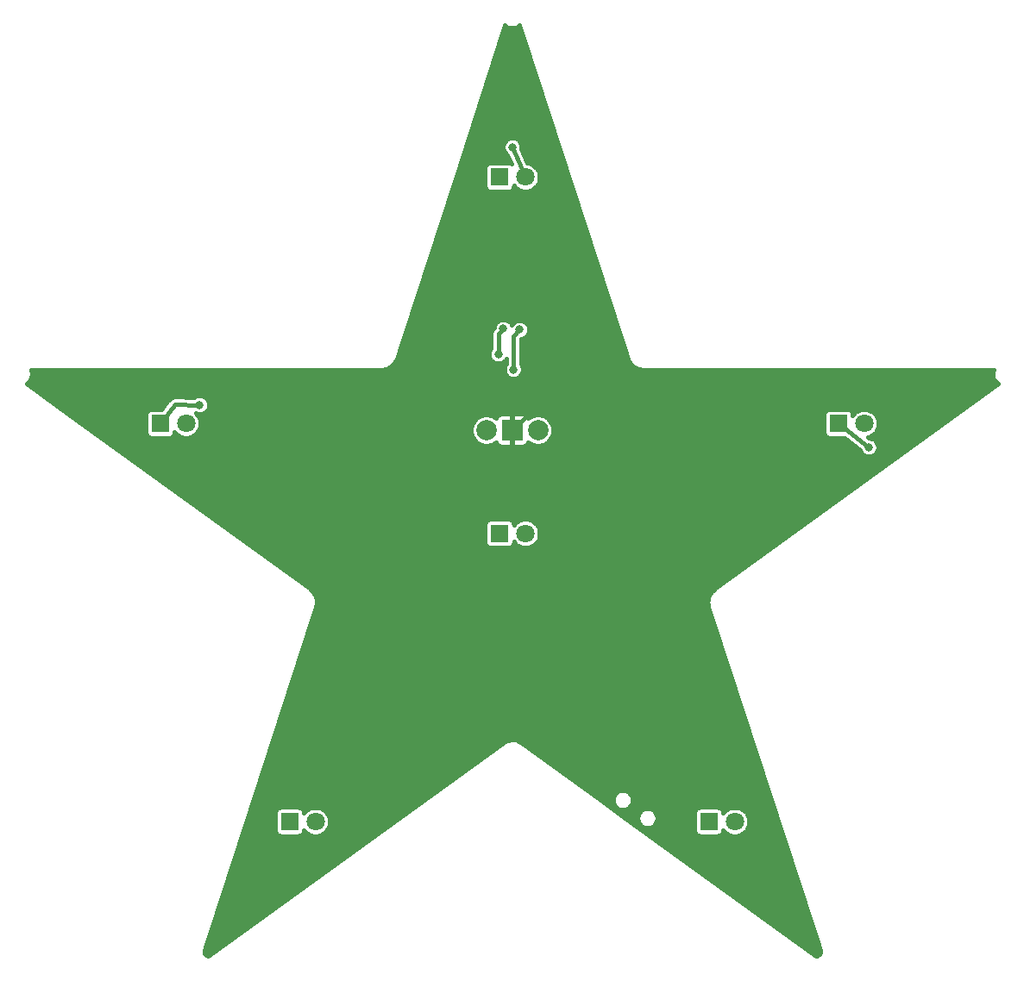
<source format=gbr>
G04 #@! TF.GenerationSoftware,KiCad,Pcbnew,(5.1.2)-2*
G04 #@! TF.CreationDate,2019-11-11T22:41:20-05:00*
G04 #@! TF.ProjectId,LightStar_RevA,4c696768-7453-4746-9172-5f526576412e,rev?*
G04 #@! TF.SameCoordinates,Original*
G04 #@! TF.FileFunction,Copper,L1,Top*
G04 #@! TF.FilePolarity,Positive*
%FSLAX46Y46*%
G04 Gerber Fmt 4.6, Leading zero omitted, Abs format (unit mm)*
G04 Created by KiCad (PCBNEW (5.1.2)-2) date 2019-11-11 22:41:20*
%MOMM*%
%LPD*%
G04 APERTURE LIST*
%ADD10R,1.800000X1.800000*%
%ADD11C,1.800000*%
%ADD12C,2.000000*%
%ADD13R,2.000000X2.000000*%
%ADD14C,0.800000*%
%ADD15C,0.450000*%
%ADD16C,0.400000*%
G04 APERTURE END LIST*
D10*
X147250000Y-109000000D03*
D11*
X149790000Y-109000000D03*
X129190000Y-137300000D03*
D10*
X126650000Y-137300000D03*
X113950000Y-98200000D03*
D11*
X116490000Y-98200000D03*
X149790000Y-74000000D03*
D10*
X147250000Y-74000000D03*
X180500000Y-98200000D03*
D11*
X183040000Y-98200000D03*
X170340000Y-137300000D03*
D10*
X167800000Y-137300000D03*
D12*
X151040000Y-98850000D03*
D13*
X148500000Y-98850000D03*
D12*
X145960000Y-98850000D03*
D14*
X148630000Y-92890000D03*
X149230000Y-88990000D03*
X150130000Y-89890000D03*
X180530000Y-96290000D03*
X117830000Y-96370000D03*
X183490000Y-100530000D03*
X148510000Y-71050000D03*
X147130000Y-91390000D03*
X147630000Y-88890000D03*
D15*
X148630000Y-89590000D02*
X148630000Y-92890000D01*
X149230000Y-88990000D02*
X148630000Y-89590000D01*
X150130000Y-97220000D02*
X148500000Y-98850000D01*
X150130000Y-89890000D02*
X150130000Y-96290000D01*
X150130000Y-96290000D02*
X150130000Y-97220000D01*
X180530000Y-96290000D02*
X150130000Y-96290000D01*
X113950000Y-98200000D02*
X115382661Y-96308887D01*
X115382661Y-96308887D02*
X117830000Y-96370000D01*
X180500000Y-98200000D02*
X183490000Y-100530000D01*
X149790000Y-74000000D02*
X148510000Y-71050000D01*
X147130000Y-89390000D02*
X147630000Y-88890000D01*
X147130000Y-89390000D02*
X147130000Y-91390000D01*
D16*
G36*
X159837715Y-91835540D02*
G01*
X159842761Y-91847076D01*
X159866064Y-91909737D01*
X159882585Y-91943610D01*
X159896712Y-91978577D01*
X159900646Y-91985973D01*
X159993472Y-92157650D01*
X160023854Y-92202694D01*
X160053656Y-92248236D01*
X160058951Y-92254727D01*
X160183354Y-92405106D01*
X160221936Y-92443419D01*
X160259990Y-92482279D01*
X160266445Y-92487618D01*
X160417688Y-92610969D01*
X160462932Y-92641029D01*
X160507853Y-92671787D01*
X160515222Y-92675771D01*
X160687544Y-92767396D01*
X160737780Y-92788102D01*
X160787806Y-92809543D01*
X160795808Y-92812020D01*
X160982644Y-92868429D01*
X161035972Y-92878988D01*
X161089181Y-92890298D01*
X161097504Y-92891172D01*
X161097514Y-92891174D01*
X161097523Y-92891174D01*
X161291746Y-92910218D01*
X161320824Y-92913082D01*
X195738612Y-92913082D01*
X195707595Y-92987963D01*
X195664761Y-93203303D01*
X195664761Y-93422861D01*
X195707595Y-93638201D01*
X195791616Y-93841046D01*
X195913596Y-94023602D01*
X196068848Y-94178854D01*
X196172725Y-94248262D01*
X168327918Y-114478699D01*
X168318537Y-114487036D01*
X168266110Y-114528588D01*
X168238991Y-114554776D01*
X168210112Y-114579009D01*
X168204293Y-114585035D01*
X168069703Y-114726369D01*
X168036226Y-114769218D01*
X168002148Y-114811602D01*
X167997610Y-114818644D01*
X167893035Y-114983428D01*
X167868525Y-115031950D01*
X167843321Y-115080160D01*
X167840240Y-115087944D01*
X167840237Y-115087950D01*
X167840235Y-115087956D01*
X167769661Y-115269907D01*
X167755043Y-115322262D01*
X167739682Y-115374454D01*
X167738170Y-115382694D01*
X167704280Y-115574895D01*
X167700111Y-115629079D01*
X167695179Y-115683274D01*
X167695297Y-115691651D01*
X167699385Y-115886774D01*
X167705816Y-115940710D01*
X167711507Y-115994853D01*
X167713249Y-116003043D01*
X167713250Y-116003050D01*
X167713252Y-116003056D01*
X167755159Y-116193660D01*
X167755162Y-116193669D01*
X167761421Y-116222196D01*
X178709648Y-149917378D01*
X178732621Y-150021864D01*
X178734244Y-150099350D01*
X178720785Y-150175678D01*
X178692757Y-150247938D01*
X178651228Y-150313377D01*
X178597777Y-150369506D01*
X178534446Y-150414181D01*
X178463643Y-150445705D01*
X178388064Y-150462876D01*
X178310588Y-150465039D01*
X178234171Y-150452114D01*
X178157765Y-150423090D01*
X178082825Y-150377705D01*
X159470538Y-136855086D01*
X160819556Y-136855086D01*
X160819556Y-137042220D01*
X160856064Y-137225758D01*
X160927677Y-137398647D01*
X161031643Y-137554243D01*
X161163966Y-137686566D01*
X161319562Y-137790532D01*
X161492451Y-137862145D01*
X161675989Y-137898653D01*
X161863123Y-137898653D01*
X162046661Y-137862145D01*
X162219550Y-137790532D01*
X162375146Y-137686566D01*
X162507469Y-137554243D01*
X162611435Y-137398647D01*
X162683048Y-137225758D01*
X162719556Y-137042220D01*
X162719556Y-136855086D01*
X162683048Y-136671548D01*
X162611435Y-136498659D01*
X162545514Y-136400000D01*
X166397581Y-136400000D01*
X166397581Y-138200000D01*
X166407235Y-138298017D01*
X166435825Y-138392267D01*
X166482254Y-138479129D01*
X166544736Y-138555264D01*
X166620871Y-138617746D01*
X166707733Y-138664175D01*
X166801983Y-138692765D01*
X166900000Y-138702419D01*
X168700000Y-138702419D01*
X168798017Y-138692765D01*
X168892267Y-138664175D01*
X168979129Y-138617746D01*
X169055264Y-138555264D01*
X169117746Y-138479129D01*
X169164175Y-138392267D01*
X169192765Y-138298017D01*
X169202419Y-138200000D01*
X169202419Y-138117423D01*
X169252549Y-138192448D01*
X169447552Y-138387451D01*
X169676851Y-138540664D01*
X169931635Y-138646199D01*
X170202112Y-138700000D01*
X170477888Y-138700000D01*
X170748365Y-138646199D01*
X171003149Y-138540664D01*
X171232448Y-138387451D01*
X171427451Y-138192448D01*
X171580664Y-137963149D01*
X171686199Y-137708365D01*
X171740000Y-137437888D01*
X171740000Y-137162112D01*
X171686199Y-136891635D01*
X171580664Y-136636851D01*
X171427451Y-136407552D01*
X171232448Y-136212549D01*
X171003149Y-136059336D01*
X170748365Y-135953801D01*
X170477888Y-135900000D01*
X170202112Y-135900000D01*
X169931635Y-135953801D01*
X169676851Y-136059336D01*
X169447552Y-136212549D01*
X169252549Y-136407552D01*
X169202419Y-136482577D01*
X169202419Y-136400000D01*
X169192765Y-136301983D01*
X169164175Y-136207733D01*
X169117746Y-136120871D01*
X169055264Y-136044736D01*
X168979129Y-135982254D01*
X168892267Y-135935825D01*
X168798017Y-135907235D01*
X168700000Y-135897581D01*
X166900000Y-135897581D01*
X166801983Y-135907235D01*
X166707733Y-135935825D01*
X166620871Y-135982254D01*
X166544736Y-136044736D01*
X166482254Y-136120871D01*
X166435825Y-136207733D01*
X166407235Y-136301983D01*
X166397581Y-136400000D01*
X162545514Y-136400000D01*
X162507469Y-136343063D01*
X162375146Y-136210740D01*
X162219550Y-136106774D01*
X162046661Y-136035161D01*
X161863123Y-135998653D01*
X161675989Y-135998653D01*
X161492451Y-136035161D01*
X161319562Y-136106774D01*
X161163966Y-136210740D01*
X161031643Y-136343063D01*
X160927677Y-136498659D01*
X160856064Y-136671548D01*
X160819556Y-136855086D01*
X159470538Y-136855086D01*
X157043488Y-135091731D01*
X158392505Y-135091731D01*
X158392505Y-135278865D01*
X158429013Y-135462403D01*
X158500626Y-135635292D01*
X158604592Y-135790888D01*
X158736915Y-135923211D01*
X158892511Y-136027177D01*
X159065400Y-136098790D01*
X159248938Y-136135298D01*
X159436072Y-136135298D01*
X159619610Y-136098790D01*
X159792499Y-136027177D01*
X159948095Y-135923211D01*
X160080418Y-135790888D01*
X160184384Y-135635292D01*
X160255997Y-135462403D01*
X160292505Y-135278865D01*
X160292505Y-135091731D01*
X160255997Y-134908193D01*
X160184384Y-134735304D01*
X160080418Y-134579708D01*
X159948095Y-134447385D01*
X159792499Y-134343419D01*
X159619610Y-134271806D01*
X159436072Y-134235298D01*
X159248938Y-134235298D01*
X159065400Y-134271806D01*
X158892511Y-134343419D01*
X158736915Y-134447385D01*
X158604592Y-134579708D01*
X158500626Y-134735304D01*
X158429013Y-134908193D01*
X158392505Y-135091731D01*
X157043488Y-135091731D01*
X149416611Y-129550481D01*
X149405746Y-129544113D01*
X149350061Y-129507116D01*
X149316786Y-129489423D01*
X149284807Y-129469441D01*
X149277278Y-129465769D01*
X149101270Y-129381441D01*
X149050220Y-129362861D01*
X148999335Y-129343531D01*
X148991235Y-129341391D01*
X148802201Y-129292855D01*
X148748503Y-129284543D01*
X148694841Y-129275466D01*
X148686480Y-129274941D01*
X148491620Y-129264046D01*
X148437331Y-129266321D01*
X148382924Y-129267841D01*
X148374620Y-129268949D01*
X148181354Y-129296111D01*
X148128518Y-129308893D01*
X148075467Y-129320946D01*
X148067547Y-129323644D01*
X148067537Y-129323646D01*
X148067528Y-129323650D01*
X147883227Y-129387831D01*
X147833922Y-129410613D01*
X147784183Y-129432758D01*
X147776928Y-129436947D01*
X147609614Y-129535110D01*
X147583388Y-129550481D01*
X118920569Y-150375240D01*
X118828283Y-150429384D01*
X118755093Y-150454871D01*
X118678340Y-150465658D01*
X118600954Y-150461332D01*
X118525884Y-150442057D01*
X118455988Y-150408569D01*
X118393927Y-150362141D01*
X118342070Y-150304548D01*
X118302380Y-150237968D01*
X118276382Y-150164956D01*
X118265060Y-150088286D01*
X118269053Y-150006647D01*
X118289056Y-149921364D01*
X122682413Y-136400000D01*
X125247581Y-136400000D01*
X125247581Y-138200000D01*
X125257235Y-138298017D01*
X125285825Y-138392267D01*
X125332254Y-138479129D01*
X125394736Y-138555264D01*
X125470871Y-138617746D01*
X125557733Y-138664175D01*
X125651983Y-138692765D01*
X125750000Y-138702419D01*
X127550000Y-138702419D01*
X127648017Y-138692765D01*
X127742267Y-138664175D01*
X127829129Y-138617746D01*
X127905264Y-138555264D01*
X127967746Y-138479129D01*
X128014175Y-138392267D01*
X128042765Y-138298017D01*
X128052419Y-138200000D01*
X128052419Y-138117423D01*
X128102549Y-138192448D01*
X128297552Y-138387451D01*
X128526851Y-138540664D01*
X128781635Y-138646199D01*
X129052112Y-138700000D01*
X129327888Y-138700000D01*
X129598365Y-138646199D01*
X129853149Y-138540664D01*
X130082448Y-138387451D01*
X130277451Y-138192448D01*
X130430664Y-137963149D01*
X130536199Y-137708365D01*
X130590000Y-137437888D01*
X130590000Y-137162112D01*
X130536199Y-136891635D01*
X130430664Y-136636851D01*
X130277451Y-136407552D01*
X130082448Y-136212549D01*
X129853149Y-136059336D01*
X129598365Y-135953801D01*
X129327888Y-135900000D01*
X129052112Y-135900000D01*
X128781635Y-135953801D01*
X128526851Y-136059336D01*
X128297552Y-136212549D01*
X128102549Y-136407552D01*
X128052419Y-136482577D01*
X128052419Y-136400000D01*
X128042765Y-136301983D01*
X128014175Y-136207733D01*
X127967746Y-136120871D01*
X127905264Y-136044736D01*
X127829129Y-135982254D01*
X127742267Y-135935825D01*
X127648017Y-135907235D01*
X127550000Y-135897581D01*
X125750000Y-135897581D01*
X125651983Y-135907235D01*
X125557733Y-135935825D01*
X125470871Y-135982254D01*
X125394736Y-136044736D01*
X125332254Y-136120871D01*
X125285825Y-136207733D01*
X125257235Y-136301983D01*
X125247581Y-136400000D01*
X122682413Y-136400000D01*
X129238579Y-116222197D01*
X129241278Y-116209895D01*
X129259257Y-116145501D01*
X129265801Y-116108386D01*
X129274923Y-116071801D01*
X129276088Y-116063505D01*
X129301900Y-115870053D01*
X129303797Y-115815743D01*
X129306455Y-115761387D01*
X129305987Y-115753023D01*
X129293732Y-115558243D01*
X129285040Y-115504574D01*
X129277094Y-115450766D01*
X129275010Y-115442653D01*
X129275010Y-115442650D01*
X129275007Y-115442643D01*
X129225156Y-115253961D01*
X129206213Y-115203023D01*
X129187958Y-115151759D01*
X129184338Y-115144204D01*
X129098783Y-114968791D01*
X129070298Y-114922489D01*
X129042444Y-114875764D01*
X129037426Y-114869056D01*
X128919429Y-114713601D01*
X128882501Y-114673722D01*
X128846090Y-114633284D01*
X128839864Y-114627679D01*
X128694551Y-114498665D01*
X128672081Y-114478698D01*
X119892557Y-108100000D01*
X145847581Y-108100000D01*
X145847581Y-109900000D01*
X145857235Y-109998017D01*
X145885825Y-110092267D01*
X145932254Y-110179129D01*
X145994736Y-110255264D01*
X146070871Y-110317746D01*
X146157733Y-110364175D01*
X146251983Y-110392765D01*
X146350000Y-110402419D01*
X148150000Y-110402419D01*
X148248017Y-110392765D01*
X148342267Y-110364175D01*
X148429129Y-110317746D01*
X148505264Y-110255264D01*
X148567746Y-110179129D01*
X148614175Y-110092267D01*
X148642765Y-109998017D01*
X148652419Y-109900000D01*
X148652419Y-109817423D01*
X148702549Y-109892448D01*
X148897552Y-110087451D01*
X149126851Y-110240664D01*
X149381635Y-110346199D01*
X149652112Y-110400000D01*
X149927888Y-110400000D01*
X150198365Y-110346199D01*
X150453149Y-110240664D01*
X150682448Y-110087451D01*
X150877451Y-109892448D01*
X151030664Y-109663149D01*
X151136199Y-109408365D01*
X151190000Y-109137888D01*
X151190000Y-108862112D01*
X151136199Y-108591635D01*
X151030664Y-108336851D01*
X150877451Y-108107552D01*
X150682448Y-107912549D01*
X150453149Y-107759336D01*
X150198365Y-107653801D01*
X149927888Y-107600000D01*
X149652112Y-107600000D01*
X149381635Y-107653801D01*
X149126851Y-107759336D01*
X148897552Y-107912549D01*
X148702549Y-108107552D01*
X148652419Y-108182577D01*
X148652419Y-108100000D01*
X148642765Y-108001983D01*
X148614175Y-107907733D01*
X148567746Y-107820871D01*
X148505264Y-107744736D01*
X148429129Y-107682254D01*
X148342267Y-107635825D01*
X148248017Y-107607235D01*
X148150000Y-107597581D01*
X146350000Y-107597581D01*
X146251983Y-107607235D01*
X146157733Y-107635825D01*
X146070871Y-107682254D01*
X145994736Y-107744736D01*
X145932254Y-107820871D01*
X145885825Y-107907733D01*
X145857235Y-108001983D01*
X145847581Y-108100000D01*
X119892557Y-108100000D01*
X105027632Y-97300000D01*
X112547581Y-97300000D01*
X112547581Y-99100000D01*
X112557235Y-99198017D01*
X112585825Y-99292267D01*
X112632254Y-99379129D01*
X112694736Y-99455264D01*
X112770871Y-99517746D01*
X112857733Y-99564175D01*
X112951983Y-99592765D01*
X113050000Y-99602419D01*
X114850000Y-99602419D01*
X114948017Y-99592765D01*
X115042267Y-99564175D01*
X115129129Y-99517746D01*
X115205264Y-99455264D01*
X115267746Y-99379129D01*
X115314175Y-99292267D01*
X115342765Y-99198017D01*
X115352419Y-99100000D01*
X115352419Y-99017423D01*
X115402549Y-99092448D01*
X115597552Y-99287451D01*
X115826851Y-99440664D01*
X116081635Y-99546199D01*
X116352112Y-99600000D01*
X116627888Y-99600000D01*
X116898365Y-99546199D01*
X117153149Y-99440664D01*
X117382448Y-99287451D01*
X117577451Y-99092448D01*
X117730664Y-98863149D01*
X117797305Y-98702263D01*
X144460000Y-98702263D01*
X144460000Y-98997737D01*
X144517644Y-99287534D01*
X144630717Y-99560517D01*
X144794874Y-99806194D01*
X145003806Y-100015126D01*
X145249483Y-100179283D01*
X145522466Y-100292356D01*
X145812263Y-100350000D01*
X146107737Y-100350000D01*
X146397534Y-100292356D01*
X146670517Y-100179283D01*
X146916194Y-100015126D01*
X146921487Y-100009833D01*
X146942990Y-100080721D01*
X146998704Y-100184955D01*
X147073683Y-100276317D01*
X147165045Y-100351296D01*
X147269279Y-100407010D01*
X147382379Y-100441318D01*
X147500000Y-100452903D01*
X148300000Y-100450000D01*
X148450000Y-100300000D01*
X148450000Y-98900000D01*
X148430000Y-98900000D01*
X148430000Y-98800000D01*
X148450000Y-98800000D01*
X148450000Y-97400000D01*
X148550000Y-97400000D01*
X148550000Y-98800000D01*
X148570000Y-98800000D01*
X148570000Y-98900000D01*
X148550000Y-98900000D01*
X148550000Y-100300000D01*
X148700000Y-100450000D01*
X149500000Y-100452903D01*
X149617621Y-100441318D01*
X149730721Y-100407010D01*
X149834955Y-100351296D01*
X149926317Y-100276317D01*
X150001296Y-100184955D01*
X150057010Y-100080721D01*
X150078513Y-100009833D01*
X150083806Y-100015126D01*
X150329483Y-100179283D01*
X150602466Y-100292356D01*
X150892263Y-100350000D01*
X151187737Y-100350000D01*
X151477534Y-100292356D01*
X151750517Y-100179283D01*
X151996194Y-100015126D01*
X152205126Y-99806194D01*
X152369283Y-99560517D01*
X152482356Y-99287534D01*
X152540000Y-98997737D01*
X152540000Y-98702263D01*
X152482356Y-98412466D01*
X152369283Y-98139483D01*
X152205126Y-97893806D01*
X151996194Y-97684874D01*
X151750517Y-97520717D01*
X151477534Y-97407644D01*
X151187737Y-97350000D01*
X150892263Y-97350000D01*
X150602466Y-97407644D01*
X150329483Y-97520717D01*
X150083806Y-97684874D01*
X150078513Y-97690167D01*
X150057010Y-97619279D01*
X150001296Y-97515045D01*
X149926317Y-97423683D01*
X149834955Y-97348704D01*
X149743836Y-97300000D01*
X179097581Y-97300000D01*
X179097581Y-99100000D01*
X179107235Y-99198017D01*
X179135825Y-99292267D01*
X179182254Y-99379129D01*
X179244736Y-99455264D01*
X179320871Y-99517746D01*
X179407733Y-99564175D01*
X179501983Y-99592765D01*
X179600000Y-99602419D01*
X181120179Y-99602419D01*
X182620403Y-100771491D01*
X182624586Y-100792520D01*
X182692430Y-100956310D01*
X182790924Y-101103717D01*
X182916283Y-101229076D01*
X183063690Y-101327570D01*
X183227480Y-101395414D01*
X183401358Y-101430000D01*
X183578642Y-101430000D01*
X183752520Y-101395414D01*
X183916310Y-101327570D01*
X184063717Y-101229076D01*
X184189076Y-101103717D01*
X184287570Y-100956310D01*
X184355414Y-100792520D01*
X184390000Y-100618642D01*
X184390000Y-100441358D01*
X184355414Y-100267480D01*
X184287570Y-100103690D01*
X184189076Y-99956283D01*
X184063717Y-99830924D01*
X183916310Y-99732430D01*
X183752520Y-99664586D01*
X183578642Y-99630000D01*
X183514557Y-99630000D01*
X183415426Y-99552751D01*
X183448365Y-99546199D01*
X183703149Y-99440664D01*
X183932448Y-99287451D01*
X184127451Y-99092448D01*
X184280664Y-98863149D01*
X184386199Y-98608365D01*
X184440000Y-98337888D01*
X184440000Y-98062112D01*
X184386199Y-97791635D01*
X184280664Y-97536851D01*
X184127451Y-97307552D01*
X183932448Y-97112549D01*
X183703149Y-96959336D01*
X183448365Y-96853801D01*
X183177888Y-96800000D01*
X182902112Y-96800000D01*
X182631635Y-96853801D01*
X182376851Y-96959336D01*
X182147552Y-97112549D01*
X181952549Y-97307552D01*
X181902419Y-97382577D01*
X181902419Y-97300000D01*
X181892765Y-97201983D01*
X181864175Y-97107733D01*
X181817746Y-97020871D01*
X181755264Y-96944736D01*
X181679129Y-96882254D01*
X181592267Y-96835825D01*
X181498017Y-96807235D01*
X181400000Y-96797581D01*
X179600000Y-96797581D01*
X179501983Y-96807235D01*
X179407733Y-96835825D01*
X179320871Y-96882254D01*
X179244736Y-96944736D01*
X179182254Y-97020871D01*
X179135825Y-97107733D01*
X179107235Y-97201983D01*
X179097581Y-97300000D01*
X149743836Y-97300000D01*
X149730721Y-97292990D01*
X149617621Y-97258682D01*
X149500000Y-97247097D01*
X148700000Y-97250000D01*
X148550000Y-97400000D01*
X148450000Y-97400000D01*
X148300000Y-97250000D01*
X147500000Y-97247097D01*
X147382379Y-97258682D01*
X147269279Y-97292990D01*
X147165045Y-97348704D01*
X147073683Y-97423683D01*
X146998704Y-97515045D01*
X146942990Y-97619279D01*
X146921487Y-97690167D01*
X146916194Y-97684874D01*
X146670517Y-97520717D01*
X146397534Y-97407644D01*
X146107737Y-97350000D01*
X145812263Y-97350000D01*
X145522466Y-97407644D01*
X145249483Y-97520717D01*
X145003806Y-97684874D01*
X144794874Y-97893806D01*
X144630717Y-98139483D01*
X144517644Y-98412466D01*
X144460000Y-98702263D01*
X117797305Y-98702263D01*
X117836199Y-98608365D01*
X117890000Y-98337888D01*
X117890000Y-98062112D01*
X117836199Y-97791635D01*
X117730664Y-97536851D01*
X117577451Y-97307552D01*
X117461354Y-97191455D01*
X117567480Y-97235414D01*
X117741358Y-97270000D01*
X117918642Y-97270000D01*
X118092520Y-97235414D01*
X118256310Y-97167570D01*
X118403717Y-97069076D01*
X118529076Y-96943717D01*
X118627570Y-96796310D01*
X118695414Y-96632520D01*
X118730000Y-96458642D01*
X118730000Y-96281358D01*
X118695414Y-96107480D01*
X118627570Y-95943690D01*
X118529076Y-95796283D01*
X118403717Y-95670924D01*
X118256310Y-95572430D01*
X118092520Y-95504586D01*
X117918642Y-95470000D01*
X117741358Y-95470000D01*
X117567480Y-95504586D01*
X117403690Y-95572430D01*
X117314677Y-95631906D01*
X115448840Y-95585314D01*
X115425823Y-95581660D01*
X115377615Y-95583536D01*
X115365164Y-95583225D01*
X115342055Y-95584920D01*
X115283119Y-95587213D01*
X115270924Y-95590136D01*
X115258417Y-95591053D01*
X115201583Y-95606755D01*
X115144241Y-95620499D01*
X115132849Y-95625746D01*
X115120762Y-95629085D01*
X115068108Y-95655561D01*
X115014524Y-95680239D01*
X115004367Y-95687613D01*
X114993172Y-95693242D01*
X114946708Y-95729471D01*
X114898954Y-95764139D01*
X114890432Y-95773351D01*
X114880549Y-95781057D01*
X114842048Y-95825653D01*
X114826270Y-95842708D01*
X114818725Y-95852667D01*
X114787223Y-95889156D01*
X114775737Y-95909412D01*
X114102882Y-96797581D01*
X113050000Y-96797581D01*
X112951983Y-96807235D01*
X112857733Y-96835825D01*
X112770871Y-96882254D01*
X112694736Y-96944736D01*
X112632254Y-97020871D01*
X112585825Y-97107733D01*
X112557235Y-97201983D01*
X112547581Y-97300000D01*
X105027632Y-97300000D01*
X100827275Y-94248262D01*
X100931152Y-94178854D01*
X101086404Y-94023602D01*
X101208384Y-93841046D01*
X101292405Y-93638201D01*
X101335239Y-93422861D01*
X101335239Y-93203303D01*
X101292405Y-92987963D01*
X101261388Y-92913082D01*
X135679176Y-92913082D01*
X135691694Y-92911849D01*
X135758504Y-92909049D01*
X135795835Y-92903803D01*
X135833441Y-92901173D01*
X135841691Y-92899718D01*
X136033650Y-92864487D01*
X136085883Y-92849510D01*
X136138404Y-92835240D01*
X136146214Y-92832210D01*
X136327674Y-92760365D01*
X136376011Y-92735523D01*
X136424752Y-92711328D01*
X136431825Y-92706839D01*
X136595875Y-92601116D01*
X136638478Y-92567349D01*
X136681579Y-92534157D01*
X136687645Y-92528380D01*
X136828036Y-92392806D01*
X136863253Y-92351425D01*
X136899101Y-92310477D01*
X136903930Y-92303631D01*
X137015314Y-92143371D01*
X137041841Y-92095907D01*
X137069036Y-92048803D01*
X137072439Y-92041160D01*
X137072443Y-92041152D01*
X137072446Y-92041144D01*
X137150577Y-91862307D01*
X137150581Y-91862296D01*
X137162284Y-91835540D01*
X137335850Y-91301358D01*
X146230000Y-91301358D01*
X146230000Y-91478642D01*
X146264586Y-91652520D01*
X146332430Y-91816310D01*
X146430924Y-91963717D01*
X146556283Y-92089076D01*
X146703690Y-92187570D01*
X146867480Y-92255414D01*
X147041358Y-92290000D01*
X147218642Y-92290000D01*
X147392520Y-92255414D01*
X147556310Y-92187570D01*
X147703717Y-92089076D01*
X147829076Y-91963717D01*
X147905001Y-91850087D01*
X147905001Y-92355080D01*
X147832430Y-92463690D01*
X147764586Y-92627480D01*
X147730000Y-92801358D01*
X147730000Y-92978642D01*
X147764586Y-93152520D01*
X147832430Y-93316310D01*
X147930924Y-93463717D01*
X148056283Y-93589076D01*
X148203690Y-93687570D01*
X148367480Y-93755414D01*
X148541358Y-93790000D01*
X148718642Y-93790000D01*
X148892520Y-93755414D01*
X149056310Y-93687570D01*
X149203717Y-93589076D01*
X149329076Y-93463717D01*
X149427570Y-93316310D01*
X149495414Y-93152520D01*
X149530000Y-92978642D01*
X149530000Y-92801358D01*
X149495414Y-92627480D01*
X149427570Y-92463690D01*
X149355000Y-92355081D01*
X149355000Y-89890304D01*
X149364408Y-89880897D01*
X149492520Y-89855414D01*
X149656310Y-89787570D01*
X149803717Y-89689076D01*
X149929076Y-89563717D01*
X150027570Y-89416310D01*
X150095414Y-89252520D01*
X150130000Y-89078642D01*
X150130000Y-88901358D01*
X150095414Y-88727480D01*
X150027570Y-88563690D01*
X149929076Y-88416283D01*
X149803717Y-88290924D01*
X149656310Y-88192430D01*
X149492520Y-88124586D01*
X149318642Y-88090000D01*
X149141358Y-88090000D01*
X148967480Y-88124586D01*
X148803690Y-88192430D01*
X148656283Y-88290924D01*
X148530924Y-88416283D01*
X148455000Y-88529912D01*
X148427570Y-88463690D01*
X148329076Y-88316283D01*
X148203717Y-88190924D01*
X148056310Y-88092430D01*
X147892520Y-88024586D01*
X147718642Y-87990000D01*
X147541358Y-87990000D01*
X147367480Y-88024586D01*
X147203690Y-88092430D01*
X147056283Y-88190924D01*
X146930924Y-88316283D01*
X146832430Y-88463690D01*
X146764586Y-88627480D01*
X146739103Y-88755593D01*
X146642523Y-88852173D01*
X146614868Y-88874869D01*
X146524269Y-88985264D01*
X146456947Y-89111213D01*
X146415491Y-89247876D01*
X146405000Y-89354394D01*
X146405000Y-89354403D01*
X146401494Y-89390000D01*
X146405000Y-89425597D01*
X146405001Y-90855080D01*
X146332430Y-90963690D01*
X146264586Y-91127480D01*
X146230000Y-91301358D01*
X137335850Y-91301358D01*
X143249830Y-73100000D01*
X145847581Y-73100000D01*
X145847581Y-74900000D01*
X145857235Y-74998017D01*
X145885825Y-75092267D01*
X145932254Y-75179129D01*
X145994736Y-75255264D01*
X146070871Y-75317746D01*
X146157733Y-75364175D01*
X146251983Y-75392765D01*
X146350000Y-75402419D01*
X148150000Y-75402419D01*
X148248017Y-75392765D01*
X148342267Y-75364175D01*
X148429129Y-75317746D01*
X148505264Y-75255264D01*
X148567746Y-75179129D01*
X148614175Y-75092267D01*
X148642765Y-74998017D01*
X148652419Y-74900000D01*
X148652419Y-74817423D01*
X148702549Y-74892448D01*
X148897552Y-75087451D01*
X149126851Y-75240664D01*
X149381635Y-75346199D01*
X149652112Y-75400000D01*
X149927888Y-75400000D01*
X150198365Y-75346199D01*
X150453149Y-75240664D01*
X150682448Y-75087451D01*
X150877451Y-74892448D01*
X151030664Y-74663149D01*
X151136199Y-74408365D01*
X151190000Y-74137888D01*
X151190000Y-73862112D01*
X151136199Y-73591635D01*
X151030664Y-73336851D01*
X150877451Y-73107552D01*
X150682448Y-72912549D01*
X150453149Y-72759336D01*
X150198365Y-72653801D01*
X149977095Y-72609788D01*
X149387609Y-71251209D01*
X149410000Y-71138642D01*
X149410000Y-70961358D01*
X149375414Y-70787480D01*
X149307570Y-70623690D01*
X149209076Y-70476283D01*
X149083717Y-70350924D01*
X148936310Y-70252430D01*
X148772520Y-70184586D01*
X148598642Y-70150000D01*
X148421358Y-70150000D01*
X148247480Y-70184586D01*
X148083690Y-70252430D01*
X147936283Y-70350924D01*
X147810924Y-70476283D01*
X147712430Y-70623690D01*
X147644586Y-70787480D01*
X147610000Y-70961358D01*
X147610000Y-71138642D01*
X147644586Y-71312520D01*
X147712430Y-71476310D01*
X147810924Y-71623717D01*
X147936283Y-71749076D01*
X148058438Y-71830697D01*
X148427564Y-72681417D01*
X148342267Y-72635825D01*
X148248017Y-72607235D01*
X148150000Y-72597581D01*
X146350000Y-72597581D01*
X146251983Y-72607235D01*
X146157733Y-72635825D01*
X146070871Y-72682254D01*
X145994736Y-72744736D01*
X145932254Y-72820871D01*
X145885825Y-72907733D01*
X145857235Y-73001983D01*
X145847581Y-73100000D01*
X143249830Y-73100000D01*
X147796569Y-59106577D01*
X147972036Y-59223820D01*
X148174881Y-59307841D01*
X148390221Y-59350675D01*
X148609779Y-59350675D01*
X148825119Y-59307841D01*
X149027964Y-59223820D01*
X149203432Y-59106576D01*
X159837715Y-91835540D01*
X159837715Y-91835540D01*
G37*
X159837715Y-91835540D02*
X159842761Y-91847076D01*
X159866064Y-91909737D01*
X159882585Y-91943610D01*
X159896712Y-91978577D01*
X159900646Y-91985973D01*
X159993472Y-92157650D01*
X160023854Y-92202694D01*
X160053656Y-92248236D01*
X160058951Y-92254727D01*
X160183354Y-92405106D01*
X160221936Y-92443419D01*
X160259990Y-92482279D01*
X160266445Y-92487618D01*
X160417688Y-92610969D01*
X160462932Y-92641029D01*
X160507853Y-92671787D01*
X160515222Y-92675771D01*
X160687544Y-92767396D01*
X160737780Y-92788102D01*
X160787806Y-92809543D01*
X160795808Y-92812020D01*
X160982644Y-92868429D01*
X161035972Y-92878988D01*
X161089181Y-92890298D01*
X161097504Y-92891172D01*
X161097514Y-92891174D01*
X161097523Y-92891174D01*
X161291746Y-92910218D01*
X161320824Y-92913082D01*
X195738612Y-92913082D01*
X195707595Y-92987963D01*
X195664761Y-93203303D01*
X195664761Y-93422861D01*
X195707595Y-93638201D01*
X195791616Y-93841046D01*
X195913596Y-94023602D01*
X196068848Y-94178854D01*
X196172725Y-94248262D01*
X168327918Y-114478699D01*
X168318537Y-114487036D01*
X168266110Y-114528588D01*
X168238991Y-114554776D01*
X168210112Y-114579009D01*
X168204293Y-114585035D01*
X168069703Y-114726369D01*
X168036226Y-114769218D01*
X168002148Y-114811602D01*
X167997610Y-114818644D01*
X167893035Y-114983428D01*
X167868525Y-115031950D01*
X167843321Y-115080160D01*
X167840240Y-115087944D01*
X167840237Y-115087950D01*
X167840235Y-115087956D01*
X167769661Y-115269907D01*
X167755043Y-115322262D01*
X167739682Y-115374454D01*
X167738170Y-115382694D01*
X167704280Y-115574895D01*
X167700111Y-115629079D01*
X167695179Y-115683274D01*
X167695297Y-115691651D01*
X167699385Y-115886774D01*
X167705816Y-115940710D01*
X167711507Y-115994853D01*
X167713249Y-116003043D01*
X167713250Y-116003050D01*
X167713252Y-116003056D01*
X167755159Y-116193660D01*
X167755162Y-116193669D01*
X167761421Y-116222196D01*
X178709648Y-149917378D01*
X178732621Y-150021864D01*
X178734244Y-150099350D01*
X178720785Y-150175678D01*
X178692757Y-150247938D01*
X178651228Y-150313377D01*
X178597777Y-150369506D01*
X178534446Y-150414181D01*
X178463643Y-150445705D01*
X178388064Y-150462876D01*
X178310588Y-150465039D01*
X178234171Y-150452114D01*
X178157765Y-150423090D01*
X178082825Y-150377705D01*
X159470538Y-136855086D01*
X160819556Y-136855086D01*
X160819556Y-137042220D01*
X160856064Y-137225758D01*
X160927677Y-137398647D01*
X161031643Y-137554243D01*
X161163966Y-137686566D01*
X161319562Y-137790532D01*
X161492451Y-137862145D01*
X161675989Y-137898653D01*
X161863123Y-137898653D01*
X162046661Y-137862145D01*
X162219550Y-137790532D01*
X162375146Y-137686566D01*
X162507469Y-137554243D01*
X162611435Y-137398647D01*
X162683048Y-137225758D01*
X162719556Y-137042220D01*
X162719556Y-136855086D01*
X162683048Y-136671548D01*
X162611435Y-136498659D01*
X162545514Y-136400000D01*
X166397581Y-136400000D01*
X166397581Y-138200000D01*
X166407235Y-138298017D01*
X166435825Y-138392267D01*
X166482254Y-138479129D01*
X166544736Y-138555264D01*
X166620871Y-138617746D01*
X166707733Y-138664175D01*
X166801983Y-138692765D01*
X166900000Y-138702419D01*
X168700000Y-138702419D01*
X168798017Y-138692765D01*
X168892267Y-138664175D01*
X168979129Y-138617746D01*
X169055264Y-138555264D01*
X169117746Y-138479129D01*
X169164175Y-138392267D01*
X169192765Y-138298017D01*
X169202419Y-138200000D01*
X169202419Y-138117423D01*
X169252549Y-138192448D01*
X169447552Y-138387451D01*
X169676851Y-138540664D01*
X169931635Y-138646199D01*
X170202112Y-138700000D01*
X170477888Y-138700000D01*
X170748365Y-138646199D01*
X171003149Y-138540664D01*
X171232448Y-138387451D01*
X171427451Y-138192448D01*
X171580664Y-137963149D01*
X171686199Y-137708365D01*
X171740000Y-137437888D01*
X171740000Y-137162112D01*
X171686199Y-136891635D01*
X171580664Y-136636851D01*
X171427451Y-136407552D01*
X171232448Y-136212549D01*
X171003149Y-136059336D01*
X170748365Y-135953801D01*
X170477888Y-135900000D01*
X170202112Y-135900000D01*
X169931635Y-135953801D01*
X169676851Y-136059336D01*
X169447552Y-136212549D01*
X169252549Y-136407552D01*
X169202419Y-136482577D01*
X169202419Y-136400000D01*
X169192765Y-136301983D01*
X169164175Y-136207733D01*
X169117746Y-136120871D01*
X169055264Y-136044736D01*
X168979129Y-135982254D01*
X168892267Y-135935825D01*
X168798017Y-135907235D01*
X168700000Y-135897581D01*
X166900000Y-135897581D01*
X166801983Y-135907235D01*
X166707733Y-135935825D01*
X166620871Y-135982254D01*
X166544736Y-136044736D01*
X166482254Y-136120871D01*
X166435825Y-136207733D01*
X166407235Y-136301983D01*
X166397581Y-136400000D01*
X162545514Y-136400000D01*
X162507469Y-136343063D01*
X162375146Y-136210740D01*
X162219550Y-136106774D01*
X162046661Y-136035161D01*
X161863123Y-135998653D01*
X161675989Y-135998653D01*
X161492451Y-136035161D01*
X161319562Y-136106774D01*
X161163966Y-136210740D01*
X161031643Y-136343063D01*
X160927677Y-136498659D01*
X160856064Y-136671548D01*
X160819556Y-136855086D01*
X159470538Y-136855086D01*
X157043488Y-135091731D01*
X158392505Y-135091731D01*
X158392505Y-135278865D01*
X158429013Y-135462403D01*
X158500626Y-135635292D01*
X158604592Y-135790888D01*
X158736915Y-135923211D01*
X158892511Y-136027177D01*
X159065400Y-136098790D01*
X159248938Y-136135298D01*
X159436072Y-136135298D01*
X159619610Y-136098790D01*
X159792499Y-136027177D01*
X159948095Y-135923211D01*
X160080418Y-135790888D01*
X160184384Y-135635292D01*
X160255997Y-135462403D01*
X160292505Y-135278865D01*
X160292505Y-135091731D01*
X160255997Y-134908193D01*
X160184384Y-134735304D01*
X160080418Y-134579708D01*
X159948095Y-134447385D01*
X159792499Y-134343419D01*
X159619610Y-134271806D01*
X159436072Y-134235298D01*
X159248938Y-134235298D01*
X159065400Y-134271806D01*
X158892511Y-134343419D01*
X158736915Y-134447385D01*
X158604592Y-134579708D01*
X158500626Y-134735304D01*
X158429013Y-134908193D01*
X158392505Y-135091731D01*
X157043488Y-135091731D01*
X149416611Y-129550481D01*
X149405746Y-129544113D01*
X149350061Y-129507116D01*
X149316786Y-129489423D01*
X149284807Y-129469441D01*
X149277278Y-129465769D01*
X149101270Y-129381441D01*
X149050220Y-129362861D01*
X148999335Y-129343531D01*
X148991235Y-129341391D01*
X148802201Y-129292855D01*
X148748503Y-129284543D01*
X148694841Y-129275466D01*
X148686480Y-129274941D01*
X148491620Y-129264046D01*
X148437331Y-129266321D01*
X148382924Y-129267841D01*
X148374620Y-129268949D01*
X148181354Y-129296111D01*
X148128518Y-129308893D01*
X148075467Y-129320946D01*
X148067547Y-129323644D01*
X148067537Y-129323646D01*
X148067528Y-129323650D01*
X147883227Y-129387831D01*
X147833922Y-129410613D01*
X147784183Y-129432758D01*
X147776928Y-129436947D01*
X147609614Y-129535110D01*
X147583388Y-129550481D01*
X118920569Y-150375240D01*
X118828283Y-150429384D01*
X118755093Y-150454871D01*
X118678340Y-150465658D01*
X118600954Y-150461332D01*
X118525884Y-150442057D01*
X118455988Y-150408569D01*
X118393927Y-150362141D01*
X118342070Y-150304548D01*
X118302380Y-150237968D01*
X118276382Y-150164956D01*
X118265060Y-150088286D01*
X118269053Y-150006647D01*
X118289056Y-149921364D01*
X122682413Y-136400000D01*
X125247581Y-136400000D01*
X125247581Y-138200000D01*
X125257235Y-138298017D01*
X125285825Y-138392267D01*
X125332254Y-138479129D01*
X125394736Y-138555264D01*
X125470871Y-138617746D01*
X125557733Y-138664175D01*
X125651983Y-138692765D01*
X125750000Y-138702419D01*
X127550000Y-138702419D01*
X127648017Y-138692765D01*
X127742267Y-138664175D01*
X127829129Y-138617746D01*
X127905264Y-138555264D01*
X127967746Y-138479129D01*
X128014175Y-138392267D01*
X128042765Y-138298017D01*
X128052419Y-138200000D01*
X128052419Y-138117423D01*
X128102549Y-138192448D01*
X128297552Y-138387451D01*
X128526851Y-138540664D01*
X128781635Y-138646199D01*
X129052112Y-138700000D01*
X129327888Y-138700000D01*
X129598365Y-138646199D01*
X129853149Y-138540664D01*
X130082448Y-138387451D01*
X130277451Y-138192448D01*
X130430664Y-137963149D01*
X130536199Y-137708365D01*
X130590000Y-137437888D01*
X130590000Y-137162112D01*
X130536199Y-136891635D01*
X130430664Y-136636851D01*
X130277451Y-136407552D01*
X130082448Y-136212549D01*
X129853149Y-136059336D01*
X129598365Y-135953801D01*
X129327888Y-135900000D01*
X129052112Y-135900000D01*
X128781635Y-135953801D01*
X128526851Y-136059336D01*
X128297552Y-136212549D01*
X128102549Y-136407552D01*
X128052419Y-136482577D01*
X128052419Y-136400000D01*
X128042765Y-136301983D01*
X128014175Y-136207733D01*
X127967746Y-136120871D01*
X127905264Y-136044736D01*
X127829129Y-135982254D01*
X127742267Y-135935825D01*
X127648017Y-135907235D01*
X127550000Y-135897581D01*
X125750000Y-135897581D01*
X125651983Y-135907235D01*
X125557733Y-135935825D01*
X125470871Y-135982254D01*
X125394736Y-136044736D01*
X125332254Y-136120871D01*
X125285825Y-136207733D01*
X125257235Y-136301983D01*
X125247581Y-136400000D01*
X122682413Y-136400000D01*
X129238579Y-116222197D01*
X129241278Y-116209895D01*
X129259257Y-116145501D01*
X129265801Y-116108386D01*
X129274923Y-116071801D01*
X129276088Y-116063505D01*
X129301900Y-115870053D01*
X129303797Y-115815743D01*
X129306455Y-115761387D01*
X129305987Y-115753023D01*
X129293732Y-115558243D01*
X129285040Y-115504574D01*
X129277094Y-115450766D01*
X129275010Y-115442653D01*
X129275010Y-115442650D01*
X129275007Y-115442643D01*
X129225156Y-115253961D01*
X129206213Y-115203023D01*
X129187958Y-115151759D01*
X129184338Y-115144204D01*
X129098783Y-114968791D01*
X129070298Y-114922489D01*
X129042444Y-114875764D01*
X129037426Y-114869056D01*
X128919429Y-114713601D01*
X128882501Y-114673722D01*
X128846090Y-114633284D01*
X128839864Y-114627679D01*
X128694551Y-114498665D01*
X128672081Y-114478698D01*
X119892557Y-108100000D01*
X145847581Y-108100000D01*
X145847581Y-109900000D01*
X145857235Y-109998017D01*
X145885825Y-110092267D01*
X145932254Y-110179129D01*
X145994736Y-110255264D01*
X146070871Y-110317746D01*
X146157733Y-110364175D01*
X146251983Y-110392765D01*
X146350000Y-110402419D01*
X148150000Y-110402419D01*
X148248017Y-110392765D01*
X148342267Y-110364175D01*
X148429129Y-110317746D01*
X148505264Y-110255264D01*
X148567746Y-110179129D01*
X148614175Y-110092267D01*
X148642765Y-109998017D01*
X148652419Y-109900000D01*
X148652419Y-109817423D01*
X148702549Y-109892448D01*
X148897552Y-110087451D01*
X149126851Y-110240664D01*
X149381635Y-110346199D01*
X149652112Y-110400000D01*
X149927888Y-110400000D01*
X150198365Y-110346199D01*
X150453149Y-110240664D01*
X150682448Y-110087451D01*
X150877451Y-109892448D01*
X151030664Y-109663149D01*
X151136199Y-109408365D01*
X151190000Y-109137888D01*
X151190000Y-108862112D01*
X151136199Y-108591635D01*
X151030664Y-108336851D01*
X150877451Y-108107552D01*
X150682448Y-107912549D01*
X150453149Y-107759336D01*
X150198365Y-107653801D01*
X149927888Y-107600000D01*
X149652112Y-107600000D01*
X149381635Y-107653801D01*
X149126851Y-107759336D01*
X148897552Y-107912549D01*
X148702549Y-108107552D01*
X148652419Y-108182577D01*
X148652419Y-108100000D01*
X148642765Y-108001983D01*
X148614175Y-107907733D01*
X148567746Y-107820871D01*
X148505264Y-107744736D01*
X148429129Y-107682254D01*
X148342267Y-107635825D01*
X148248017Y-107607235D01*
X148150000Y-107597581D01*
X146350000Y-107597581D01*
X146251983Y-107607235D01*
X146157733Y-107635825D01*
X146070871Y-107682254D01*
X145994736Y-107744736D01*
X145932254Y-107820871D01*
X145885825Y-107907733D01*
X145857235Y-108001983D01*
X145847581Y-108100000D01*
X119892557Y-108100000D01*
X105027632Y-97300000D01*
X112547581Y-97300000D01*
X112547581Y-99100000D01*
X112557235Y-99198017D01*
X112585825Y-99292267D01*
X112632254Y-99379129D01*
X112694736Y-99455264D01*
X112770871Y-99517746D01*
X112857733Y-99564175D01*
X112951983Y-99592765D01*
X113050000Y-99602419D01*
X114850000Y-99602419D01*
X114948017Y-99592765D01*
X115042267Y-99564175D01*
X115129129Y-99517746D01*
X115205264Y-99455264D01*
X115267746Y-99379129D01*
X115314175Y-99292267D01*
X115342765Y-99198017D01*
X115352419Y-99100000D01*
X115352419Y-99017423D01*
X115402549Y-99092448D01*
X115597552Y-99287451D01*
X115826851Y-99440664D01*
X116081635Y-99546199D01*
X116352112Y-99600000D01*
X116627888Y-99600000D01*
X116898365Y-99546199D01*
X117153149Y-99440664D01*
X117382448Y-99287451D01*
X117577451Y-99092448D01*
X117730664Y-98863149D01*
X117797305Y-98702263D01*
X144460000Y-98702263D01*
X144460000Y-98997737D01*
X144517644Y-99287534D01*
X144630717Y-99560517D01*
X144794874Y-99806194D01*
X145003806Y-100015126D01*
X145249483Y-100179283D01*
X145522466Y-100292356D01*
X145812263Y-100350000D01*
X146107737Y-100350000D01*
X146397534Y-100292356D01*
X146670517Y-100179283D01*
X146916194Y-100015126D01*
X146921487Y-100009833D01*
X146942990Y-100080721D01*
X146998704Y-100184955D01*
X147073683Y-100276317D01*
X147165045Y-100351296D01*
X147269279Y-100407010D01*
X147382379Y-100441318D01*
X147500000Y-100452903D01*
X148300000Y-100450000D01*
X148450000Y-100300000D01*
X148450000Y-98900000D01*
X148430000Y-98900000D01*
X148430000Y-98800000D01*
X148450000Y-98800000D01*
X148450000Y-97400000D01*
X148550000Y-97400000D01*
X148550000Y-98800000D01*
X148570000Y-98800000D01*
X148570000Y-98900000D01*
X148550000Y-98900000D01*
X148550000Y-100300000D01*
X148700000Y-100450000D01*
X149500000Y-100452903D01*
X149617621Y-100441318D01*
X149730721Y-100407010D01*
X149834955Y-100351296D01*
X149926317Y-100276317D01*
X150001296Y-100184955D01*
X150057010Y-100080721D01*
X150078513Y-100009833D01*
X150083806Y-100015126D01*
X150329483Y-100179283D01*
X150602466Y-100292356D01*
X150892263Y-100350000D01*
X151187737Y-100350000D01*
X151477534Y-100292356D01*
X151750517Y-100179283D01*
X151996194Y-100015126D01*
X152205126Y-99806194D01*
X152369283Y-99560517D01*
X152482356Y-99287534D01*
X152540000Y-98997737D01*
X152540000Y-98702263D01*
X152482356Y-98412466D01*
X152369283Y-98139483D01*
X152205126Y-97893806D01*
X151996194Y-97684874D01*
X151750517Y-97520717D01*
X151477534Y-97407644D01*
X151187737Y-97350000D01*
X150892263Y-97350000D01*
X150602466Y-97407644D01*
X150329483Y-97520717D01*
X150083806Y-97684874D01*
X150078513Y-97690167D01*
X150057010Y-97619279D01*
X150001296Y-97515045D01*
X149926317Y-97423683D01*
X149834955Y-97348704D01*
X149743836Y-97300000D01*
X179097581Y-97300000D01*
X179097581Y-99100000D01*
X179107235Y-99198017D01*
X179135825Y-99292267D01*
X179182254Y-99379129D01*
X179244736Y-99455264D01*
X179320871Y-99517746D01*
X179407733Y-99564175D01*
X179501983Y-99592765D01*
X179600000Y-99602419D01*
X181120179Y-99602419D01*
X182620403Y-100771491D01*
X182624586Y-100792520D01*
X182692430Y-100956310D01*
X182790924Y-101103717D01*
X182916283Y-101229076D01*
X183063690Y-101327570D01*
X183227480Y-101395414D01*
X183401358Y-101430000D01*
X183578642Y-101430000D01*
X183752520Y-101395414D01*
X183916310Y-101327570D01*
X184063717Y-101229076D01*
X184189076Y-101103717D01*
X184287570Y-100956310D01*
X184355414Y-100792520D01*
X184390000Y-100618642D01*
X184390000Y-100441358D01*
X184355414Y-100267480D01*
X184287570Y-100103690D01*
X184189076Y-99956283D01*
X184063717Y-99830924D01*
X183916310Y-99732430D01*
X183752520Y-99664586D01*
X183578642Y-99630000D01*
X183514557Y-99630000D01*
X183415426Y-99552751D01*
X183448365Y-99546199D01*
X183703149Y-99440664D01*
X183932448Y-99287451D01*
X184127451Y-99092448D01*
X184280664Y-98863149D01*
X184386199Y-98608365D01*
X184440000Y-98337888D01*
X184440000Y-98062112D01*
X184386199Y-97791635D01*
X184280664Y-97536851D01*
X184127451Y-97307552D01*
X183932448Y-97112549D01*
X183703149Y-96959336D01*
X183448365Y-96853801D01*
X183177888Y-96800000D01*
X182902112Y-96800000D01*
X182631635Y-96853801D01*
X182376851Y-96959336D01*
X182147552Y-97112549D01*
X181952549Y-97307552D01*
X181902419Y-97382577D01*
X181902419Y-97300000D01*
X181892765Y-97201983D01*
X181864175Y-97107733D01*
X181817746Y-97020871D01*
X181755264Y-96944736D01*
X181679129Y-96882254D01*
X181592267Y-96835825D01*
X181498017Y-96807235D01*
X181400000Y-96797581D01*
X179600000Y-96797581D01*
X179501983Y-96807235D01*
X179407733Y-96835825D01*
X179320871Y-96882254D01*
X179244736Y-96944736D01*
X179182254Y-97020871D01*
X179135825Y-97107733D01*
X179107235Y-97201983D01*
X179097581Y-97300000D01*
X149743836Y-97300000D01*
X149730721Y-97292990D01*
X149617621Y-97258682D01*
X149500000Y-97247097D01*
X148700000Y-97250000D01*
X148550000Y-97400000D01*
X148450000Y-97400000D01*
X148300000Y-97250000D01*
X147500000Y-97247097D01*
X147382379Y-97258682D01*
X147269279Y-97292990D01*
X147165045Y-97348704D01*
X147073683Y-97423683D01*
X146998704Y-97515045D01*
X146942990Y-97619279D01*
X146921487Y-97690167D01*
X146916194Y-97684874D01*
X146670517Y-97520717D01*
X146397534Y-97407644D01*
X146107737Y-97350000D01*
X145812263Y-97350000D01*
X145522466Y-97407644D01*
X145249483Y-97520717D01*
X145003806Y-97684874D01*
X144794874Y-97893806D01*
X144630717Y-98139483D01*
X144517644Y-98412466D01*
X144460000Y-98702263D01*
X117797305Y-98702263D01*
X117836199Y-98608365D01*
X117890000Y-98337888D01*
X117890000Y-98062112D01*
X117836199Y-97791635D01*
X117730664Y-97536851D01*
X117577451Y-97307552D01*
X117461354Y-97191455D01*
X117567480Y-97235414D01*
X117741358Y-97270000D01*
X117918642Y-97270000D01*
X118092520Y-97235414D01*
X118256310Y-97167570D01*
X118403717Y-97069076D01*
X118529076Y-96943717D01*
X118627570Y-96796310D01*
X118695414Y-96632520D01*
X118730000Y-96458642D01*
X118730000Y-96281358D01*
X118695414Y-96107480D01*
X118627570Y-95943690D01*
X118529076Y-95796283D01*
X118403717Y-95670924D01*
X118256310Y-95572430D01*
X118092520Y-95504586D01*
X117918642Y-95470000D01*
X117741358Y-95470000D01*
X117567480Y-95504586D01*
X117403690Y-95572430D01*
X117314677Y-95631906D01*
X115448840Y-95585314D01*
X115425823Y-95581660D01*
X115377615Y-95583536D01*
X115365164Y-95583225D01*
X115342055Y-95584920D01*
X115283119Y-95587213D01*
X115270924Y-95590136D01*
X115258417Y-95591053D01*
X115201583Y-95606755D01*
X115144241Y-95620499D01*
X115132849Y-95625746D01*
X115120762Y-95629085D01*
X115068108Y-95655561D01*
X115014524Y-95680239D01*
X115004367Y-95687613D01*
X114993172Y-95693242D01*
X114946708Y-95729471D01*
X114898954Y-95764139D01*
X114890432Y-95773351D01*
X114880549Y-95781057D01*
X114842048Y-95825653D01*
X114826270Y-95842708D01*
X114818725Y-95852667D01*
X114787223Y-95889156D01*
X114775737Y-95909412D01*
X114102882Y-96797581D01*
X113050000Y-96797581D01*
X112951983Y-96807235D01*
X112857733Y-96835825D01*
X112770871Y-96882254D01*
X112694736Y-96944736D01*
X112632254Y-97020871D01*
X112585825Y-97107733D01*
X112557235Y-97201983D01*
X112547581Y-97300000D01*
X105027632Y-97300000D01*
X100827275Y-94248262D01*
X100931152Y-94178854D01*
X101086404Y-94023602D01*
X101208384Y-93841046D01*
X101292405Y-93638201D01*
X101335239Y-93422861D01*
X101335239Y-93203303D01*
X101292405Y-92987963D01*
X101261388Y-92913082D01*
X135679176Y-92913082D01*
X135691694Y-92911849D01*
X135758504Y-92909049D01*
X135795835Y-92903803D01*
X135833441Y-92901173D01*
X135841691Y-92899718D01*
X136033650Y-92864487D01*
X136085883Y-92849510D01*
X136138404Y-92835240D01*
X136146214Y-92832210D01*
X136327674Y-92760365D01*
X136376011Y-92735523D01*
X136424752Y-92711328D01*
X136431825Y-92706839D01*
X136595875Y-92601116D01*
X136638478Y-92567349D01*
X136681579Y-92534157D01*
X136687645Y-92528380D01*
X136828036Y-92392806D01*
X136863253Y-92351425D01*
X136899101Y-92310477D01*
X136903930Y-92303631D01*
X137015314Y-92143371D01*
X137041841Y-92095907D01*
X137069036Y-92048803D01*
X137072439Y-92041160D01*
X137072443Y-92041152D01*
X137072446Y-92041144D01*
X137150577Y-91862307D01*
X137150581Y-91862296D01*
X137162284Y-91835540D01*
X137335850Y-91301358D01*
X146230000Y-91301358D01*
X146230000Y-91478642D01*
X146264586Y-91652520D01*
X146332430Y-91816310D01*
X146430924Y-91963717D01*
X146556283Y-92089076D01*
X146703690Y-92187570D01*
X146867480Y-92255414D01*
X147041358Y-92290000D01*
X147218642Y-92290000D01*
X147392520Y-92255414D01*
X147556310Y-92187570D01*
X147703717Y-92089076D01*
X147829076Y-91963717D01*
X147905001Y-91850087D01*
X147905001Y-92355080D01*
X147832430Y-92463690D01*
X147764586Y-92627480D01*
X147730000Y-92801358D01*
X147730000Y-92978642D01*
X147764586Y-93152520D01*
X147832430Y-93316310D01*
X147930924Y-93463717D01*
X148056283Y-93589076D01*
X148203690Y-93687570D01*
X148367480Y-93755414D01*
X148541358Y-93790000D01*
X148718642Y-93790000D01*
X148892520Y-93755414D01*
X149056310Y-93687570D01*
X149203717Y-93589076D01*
X149329076Y-93463717D01*
X149427570Y-93316310D01*
X149495414Y-93152520D01*
X149530000Y-92978642D01*
X149530000Y-92801358D01*
X149495414Y-92627480D01*
X149427570Y-92463690D01*
X149355000Y-92355081D01*
X149355000Y-89890304D01*
X149364408Y-89880897D01*
X149492520Y-89855414D01*
X149656310Y-89787570D01*
X149803717Y-89689076D01*
X149929076Y-89563717D01*
X150027570Y-89416310D01*
X150095414Y-89252520D01*
X150130000Y-89078642D01*
X150130000Y-88901358D01*
X150095414Y-88727480D01*
X150027570Y-88563690D01*
X149929076Y-88416283D01*
X149803717Y-88290924D01*
X149656310Y-88192430D01*
X149492520Y-88124586D01*
X149318642Y-88090000D01*
X149141358Y-88090000D01*
X148967480Y-88124586D01*
X148803690Y-88192430D01*
X148656283Y-88290924D01*
X148530924Y-88416283D01*
X148455000Y-88529912D01*
X148427570Y-88463690D01*
X148329076Y-88316283D01*
X148203717Y-88190924D01*
X148056310Y-88092430D01*
X147892520Y-88024586D01*
X147718642Y-87990000D01*
X147541358Y-87990000D01*
X147367480Y-88024586D01*
X147203690Y-88092430D01*
X147056283Y-88190924D01*
X146930924Y-88316283D01*
X146832430Y-88463690D01*
X146764586Y-88627480D01*
X146739103Y-88755593D01*
X146642523Y-88852173D01*
X146614868Y-88874869D01*
X146524269Y-88985264D01*
X146456947Y-89111213D01*
X146415491Y-89247876D01*
X146405000Y-89354394D01*
X146405000Y-89354403D01*
X146401494Y-89390000D01*
X146405000Y-89425597D01*
X146405001Y-90855080D01*
X146332430Y-90963690D01*
X146264586Y-91127480D01*
X146230000Y-91301358D01*
X137335850Y-91301358D01*
X143249830Y-73100000D01*
X145847581Y-73100000D01*
X145847581Y-74900000D01*
X145857235Y-74998017D01*
X145885825Y-75092267D01*
X145932254Y-75179129D01*
X145994736Y-75255264D01*
X146070871Y-75317746D01*
X146157733Y-75364175D01*
X146251983Y-75392765D01*
X146350000Y-75402419D01*
X148150000Y-75402419D01*
X148248017Y-75392765D01*
X148342267Y-75364175D01*
X148429129Y-75317746D01*
X148505264Y-75255264D01*
X148567746Y-75179129D01*
X148614175Y-75092267D01*
X148642765Y-74998017D01*
X148652419Y-74900000D01*
X148652419Y-74817423D01*
X148702549Y-74892448D01*
X148897552Y-75087451D01*
X149126851Y-75240664D01*
X149381635Y-75346199D01*
X149652112Y-75400000D01*
X149927888Y-75400000D01*
X150198365Y-75346199D01*
X150453149Y-75240664D01*
X150682448Y-75087451D01*
X150877451Y-74892448D01*
X151030664Y-74663149D01*
X151136199Y-74408365D01*
X151190000Y-74137888D01*
X151190000Y-73862112D01*
X151136199Y-73591635D01*
X151030664Y-73336851D01*
X150877451Y-73107552D01*
X150682448Y-72912549D01*
X150453149Y-72759336D01*
X150198365Y-72653801D01*
X149977095Y-72609788D01*
X149387609Y-71251209D01*
X149410000Y-71138642D01*
X149410000Y-70961358D01*
X149375414Y-70787480D01*
X149307570Y-70623690D01*
X149209076Y-70476283D01*
X149083717Y-70350924D01*
X148936310Y-70252430D01*
X148772520Y-70184586D01*
X148598642Y-70150000D01*
X148421358Y-70150000D01*
X148247480Y-70184586D01*
X148083690Y-70252430D01*
X147936283Y-70350924D01*
X147810924Y-70476283D01*
X147712430Y-70623690D01*
X147644586Y-70787480D01*
X147610000Y-70961358D01*
X147610000Y-71138642D01*
X147644586Y-71312520D01*
X147712430Y-71476310D01*
X147810924Y-71623717D01*
X147936283Y-71749076D01*
X148058438Y-71830697D01*
X148427564Y-72681417D01*
X148342267Y-72635825D01*
X148248017Y-72607235D01*
X148150000Y-72597581D01*
X146350000Y-72597581D01*
X146251983Y-72607235D01*
X146157733Y-72635825D01*
X146070871Y-72682254D01*
X145994736Y-72744736D01*
X145932254Y-72820871D01*
X145885825Y-72907733D01*
X145857235Y-73001983D01*
X145847581Y-73100000D01*
X143249830Y-73100000D01*
X147796569Y-59106577D01*
X147972036Y-59223820D01*
X148174881Y-59307841D01*
X148390221Y-59350675D01*
X148609779Y-59350675D01*
X148825119Y-59307841D01*
X149027964Y-59223820D01*
X149203432Y-59106576D01*
X159837715Y-91835540D01*
M02*

</source>
